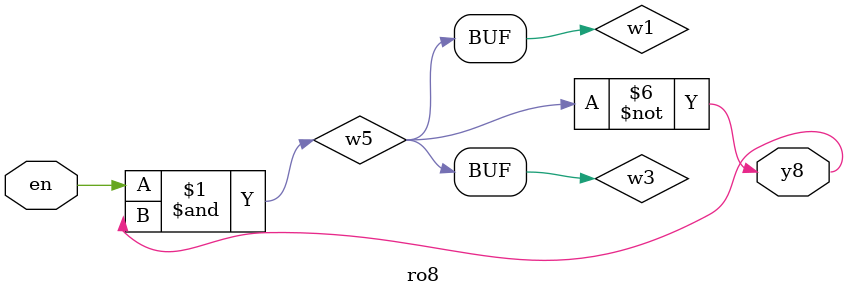
<source format=v>
`timescale 1ns / 1ps



module ro1(en,y1);
input en;
output y1;
 wire w1, w2, w3,w4,w5;  
		
		  
 and #1(w1, en, y1);
 not #1(w2, w1);
 not #1(w3, w2);
 not #1(w4,w3);
 not #1(w5, w4);
 not #1(y1, w5);
       
		
endmodule

module ro2(en,y2);
input en;
output y2;
 wire w1, w2, w3,w4,w5; 
 and #2(w1, en, y2);
 not #2(w2, w1);
 not #2(w3, w2);
 not #2(w4,w3);
 not #2(w5, w4);
 not #2(y2, w5);		
endmodule


module ro3(en,y3);
input en;
output y3;
 wire w1, w2, w3,w4,w5;
 and #3(w1, en, y3);
 not #3(w2, w1);
 not #3(w3, w2);
 not #3(w4,w3);
 not #3(w5, w4);
 not #3(y3, w5);	
endmodule


module ro4(en,y4);
input en;
output y4;
 wire w1, w2, w3,w4,w5;
 and #4(w1, en, y4);
 not #4(w2, w1);
 not #4(w3, w2);
 not #4(w4,w3);
 not #4(w5, w4);
 not #4(y4, w5);	
endmodule



module ro5(en,y5);
input en;
output y5;
 wire w1, w2, w3,w4,w5; 
 and #5(w1, en, y5);
 not #5(w2, w1);
 not #5(w3, w2);
 not #5(w4,w3);
 not #5(w5, w4);
 not #5(y5, w5);	
endmodule


module ro6(en,y6);
input en;
output y6;
 wire w1, w2, w3,w4,w5;
 and #6(w1, en,y6 );
 not #6(w2, w1);
 not #6(w3, w2);
 not #6(w4,w3);
 not #6(w5, w4);
 not #6(y6, w5);
endmodule


module ro7(en,y7);
input en;
output y7;
 wire w1, w2, w3,w4,w5;  
 and #7(w1, en, y7);
 not #7(w2, w1);
 not #7(w3, w2);
 not #7(w4,w3);
 not #7(w5, w4);
 not #7(y7, w5);	
endmodule



module ro8(en,y8);
input en;
output y8;
 wire w1, w2, w3,w4,w5; 
  and #8(w1, en, y8);
  not #8(w2, w1);
  not #8(w3, w2);
  not #8(w4,w3);
  not #8(w5, w4);
  not #8(y8, w5);
        
		
endmodule

</source>
